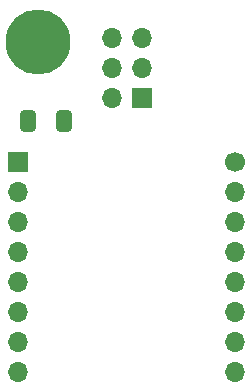
<source format=gbr>
%TF.GenerationSoftware,KiCad,Pcbnew,(6.0.0)*%
%TF.CreationDate,2022-04-15T07:38:05-04:00*%
%TF.ProjectId,JTAG_ISP-ISP,4a544147-5f49-4535-902d-4953502e6b69,v6.0.0*%
%TF.SameCoordinates,Original*%
%TF.FileFunction,Soldermask,Bot*%
%TF.FilePolarity,Negative*%
%FSLAX46Y46*%
G04 Gerber Fmt 4.6, Leading zero omitted, Abs format (unit mm)*
G04 Created by KiCad (PCBNEW (6.0.0)) date 2022-04-15 07:38:05*
%MOMM*%
%LPD*%
G01*
G04 APERTURE LIST*
G04 Aperture macros list*
%AMRoundRect*
0 Rectangle with rounded corners*
0 $1 Rounding radius*
0 $2 $3 $4 $5 $6 $7 $8 $9 X,Y pos of 4 corners*
0 Add a 4 corners polygon primitive as box body*
4,1,4,$2,$3,$4,$5,$6,$7,$8,$9,$2,$3,0*
0 Add four circle primitives for the rounded corners*
1,1,$1+$1,$2,$3*
1,1,$1+$1,$4,$5*
1,1,$1+$1,$6,$7*
1,1,$1+$1,$8,$9*
0 Add four rect primitives between the rounded corners*
20,1,$1+$1,$2,$3,$4,$5,0*
20,1,$1+$1,$4,$5,$6,$7,0*
20,1,$1+$1,$6,$7,$8,$9,0*
20,1,$1+$1,$8,$9,$2,$3,0*%
G04 Aperture macros list end*
%ADD10C,1.700000*%
%ADD11O,1.700000X1.700000*%
%ADD12R,1.700000X1.700000*%
%ADD13RoundRect,0.250000X0.412500X0.650000X-0.412500X0.650000X-0.412500X-0.650000X0.412500X-0.650000X0*%
%ADD14C,5.500000*%
G04 APERTURE END LIST*
D10*
%TO.C,J3*%
X120642024Y-59477568D03*
D11*
X120642024Y-62017568D03*
X120642024Y-64557568D03*
X120642024Y-67097568D03*
X120642024Y-69637568D03*
X120642024Y-72177568D03*
X120642024Y-74717568D03*
X120642024Y-77257568D03*
%TD*%
D12*
%TO.C,J1*%
X112731016Y-54094368D03*
D11*
X110191016Y-54094368D03*
X112731016Y-51554368D03*
X110191016Y-51554368D03*
X112731016Y-49014368D03*
X110191016Y-49014368D03*
%TD*%
D13*
%TO.C,C1*%
X106168525Y-56019369D03*
X103043525Y-56019369D03*
%TD*%
D12*
%TO.C,J2*%
X102280008Y-59477568D03*
D11*
X102280008Y-62017568D03*
X102280008Y-64557568D03*
X102280008Y-67097568D03*
X102280008Y-69637568D03*
X102280008Y-72177568D03*
X102280008Y-74717568D03*
X102280008Y-77257568D03*
%TD*%
D14*
%TO.C,REF\u002A\u002A*%
X103972004Y-49335385D03*
%TD*%
M02*

</source>
